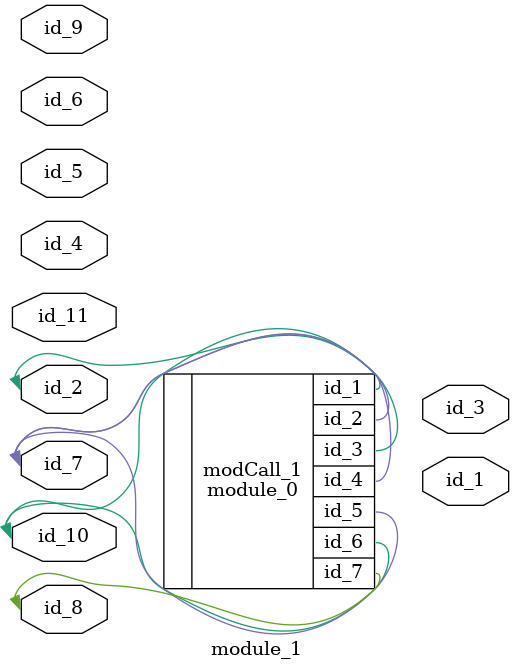
<source format=v>
module module_0 (
    id_1,
    id_2,
    id_3,
    id_4,
    id_5,
    id_6,
    id_7
);
  inout wire id_7;
  inout wire id_6;
  output wire id_5;
  output wire id_4;
  output wire id_3;
  output wire id_2;
  inout wire id_1;
  wire id_8;
endmodule
module module_1 (
    id_1,
    id_2,
    id_3,
    id_4,
    id_5,
    id_6,
    id_7,
    id_8,
    id_9,
    id_10,
    id_11
);
  input wire id_11;
  inout wire id_10;
  input wire id_9;
  inout wire id_8;
  inout wire id_7;
  input wire id_6;
  input wire id_5;
  inout wire id_4;
  output wire id_3;
  inout wire id_2;
  output wire id_1;
  module_0 modCall_1 (
      id_2,
      id_7,
      id_10,
      id_7,
      id_7,
      id_10,
      id_8
  );
endmodule

</source>
